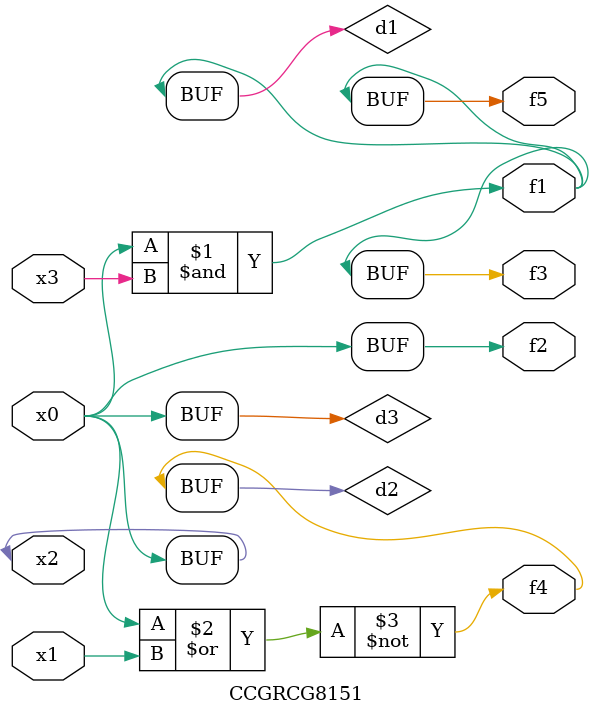
<source format=v>
module CCGRCG8151(
	input x0, x1, x2, x3,
	output f1, f2, f3, f4, f5
);

	wire d1, d2, d3;

	and (d1, x2, x3);
	nor (d2, x0, x1);
	buf (d3, x0, x2);
	assign f1 = d1;
	assign f2 = d3;
	assign f3 = d1;
	assign f4 = d2;
	assign f5 = d1;
endmodule

</source>
